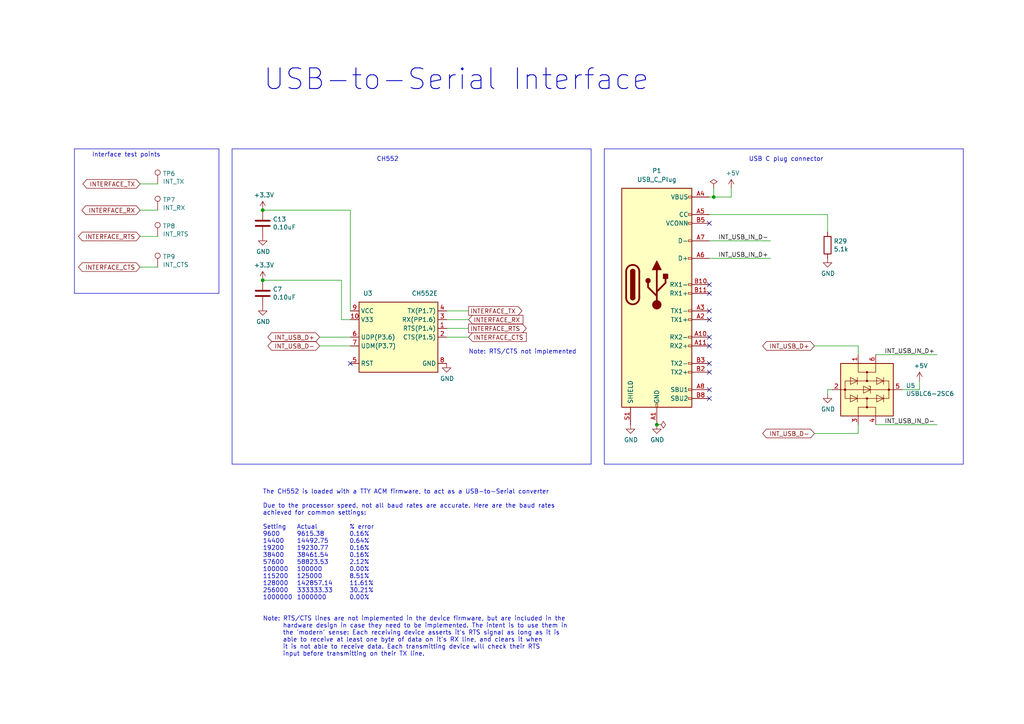
<source format=kicad_sch>
(kicad_sch (version 20230121) (generator eeschema)
  (paper "A4")
  (title_block (title "TK-1") (date "2021-11-14") (rev "V1") (company "Tillitis AB") (comment 1 "2022"))
  (lib_symbols
    (symbol "Connector:TestPoint" (pin_numbers hide) (pin_names (offset 0.762) hide)
      (property "Reference" "TP" (at 0 6.858 0))
      (property "Value" "TestPoint" (at 0 5.08 0))
      (symbol "TestPoint_0_1"
        (circle (center 0 3.302) (radius 0.762))
      )
      (symbol "TestPoint_1_1"
        (pin passive line (at 0 0 90) (length 2.54) (name "1") (number "1"))
      )
    )
    (symbol "Connector:USB_C_Plug" (pin_names (offset 1.016))
      (property "Reference" "P" (at -10.16 29.21 0))
      (property "Value" "USB_C_Plug" (at 10.16 29.21 0))
      (symbol "USB_C_Plug_0_0"
        (rectangle (start -0.254 -35.56) (end 0.254 -34.544))
        (rectangle (start 10.16 -32.766) (end 9.144 -33.274))
        (rectangle (start 10.16 -30.226) (end 9.144 -30.734))
        (rectangle (start 10.16 -25.146) (end 9.144 -25.654))
        (rectangle (start 10.16 -22.606) (end 9.144 -23.114))
        (rectangle (start 10.16 -17.526) (end 9.144 -18.034))
        (rectangle (start 10.16 -14.986) (end 9.144 -15.494))
        (rectangle (start 10.16 -9.906) (end 9.144 -10.414))
        (rectangle (start 10.16 -7.366) (end 9.144 -7.874))
        (rectangle (start 10.16 -2.286) (end 9.144 -2.794))
        (rectangle (start 10.16 0.254) (end 9.144 -0.254))
        (rectangle (start 10.16 7.874) (end 9.144 7.366))
        (rectangle (start 10.16 12.954) (end 9.144 12.446))
        (rectangle (start 10.16 18.034) (end 9.144 17.526))
        (rectangle (start 10.16 20.574) (end 9.144 20.066))
        (rectangle (start 10.16 25.654) (end 9.144 25.146))
      )
      (symbol "USB_C_Plug_0_1"
        (rectangle (start -10.16 27.94) (end 10.16 -35.56) (stroke (width 0.254)) (fill (type background)))
        (arc (start -8.89 -3.81) (mid -6.985 -5.7067) (end -5.08 -3.81) (stroke (width 0.508)))
        (arc (start -7.62 -3.81) (mid -6.985 -4.4423) (end -6.35 -3.81) (stroke (width 0.254)))
        (arc (start -7.62 -3.81) (mid -6.985 -4.4423) (end -6.35 -3.81) (stroke (width 0.254)) (fill (type outline)))
        (rectangle (start -7.62 -3.81) (end -6.35 3.81) (stroke (width 0.254)) (fill (type outline)))
        (arc (start -6.35 3.81) (mid -6.985 4.4423) (end -7.62 3.81) (stroke (width 0.254)))
        (arc (start -6.35 3.81) (mid -6.985 4.4423) (end -7.62 3.81) (stroke (width 0.254)) (fill (type outline)))
        (arc (start -5.08 3.81) (mid -6.985 5.7067) (end -8.89 3.81) (stroke (width 0.508)))
        (polyline (pts (xy -8.89 -3.81) (xy -8.89 3.81)) (stroke (width 0.508)))
        (polyline (pts (xy -5.08 3.81) (xy -5.08 -3.81)) (stroke (width 0.508)))
      )
      (symbol "USB_C_Plug_1_1"
        (circle (center -2.54 1.143) (radius 0.635) (stroke (width 0.254)) (fill (type outline)))
        (circle (center 0 -5.842) (radius 1.27) (fill (type outline)))
        (polyline (pts (xy 0 -5.842) (xy 0 4.318)) (stroke (width 0.508)))
        (polyline (pts (xy 0 -3.302) (xy -2.54 -0.762) (xy -2.54 0.508)) (stroke (width 0.508)))
        (polyline (pts (xy 0 -2.032) (xy 2.54 0.508) (xy 2.54 1.778)) (stroke (width 0.508)))
        (polyline (pts (xy -1.27 4.318) (xy 0 6.858) (xy 1.27 4.318) (xy -1.27 4.318)) (stroke (width 0.254)) (fill (type outline)))
        (rectangle (start 1.905 1.778) (end 3.175 3.048) (stroke (width 0.254)) (fill (type outline)))
        (pin passive line (at 0 -40.64 90) (length 5.08) (name "GND") (number "A1"))
        (pin bidirectional line (at 15.24 -15.24 180) (length 5.08) (name "RX2-") (number "A10"))
        (pin bidirectional line (at 15.24 -17.78 180) (length 5.08) (name "RX2+") (number "A11"))
        (pin passive line (at 0 -40.64 90) (length 5.08) hide (name "GND") (number "A12"))
        (pin bidirectional line (at 15.24 -10.16 180) (length 5.08) (name "TX1+") (number "A2"))
        (pin bidirectional line (at 15.24 -7.62 180) (length 5.08) (name "TX1-") (number "A3"))
        (pin passive line (at 15.24 25.4 180) (length 5.08) (name "VBUS") (number "A4"))
        (pin bidirectional line (at 15.24 20.32 180) (length 5.08) (name "CC") (number "A5"))
        (pin bidirectional line (at 15.24 7.62 180) (length 5.08) (name "D+") (number "A6"))
        (pin bidirectional line (at 15.24 12.7 180) (length 5.08) (name "D-") (number "A7"))
        (pin bidirectional line (at 15.24 -30.48 180) (length 5.08) (name "SBU1") (number "A8"))
        (pin passive line (at 15.24 25.4 180) (length 5.08) hide (name "VBUS") (number "A9"))
        (pin passive line (at 0 -40.64 90) (length 5.08) hide (name "GND") (number "B1"))
        (pin bidirectional line (at 15.24 0 180) (length 5.08) (name "RX1-") (number "B10"))
        (pin bidirectional line (at 15.24 -2.54 180) (length 5.08) (name "RX1+") (number "B11"))
        (pin passive line (at 0 -40.64 90) (length 5.08) hide (name "GND") (number "B12"))
        (pin bidirectional line (at 15.24 -25.4 180) (length 5.08) (name "TX2+") (number "B2"))
        (pin bidirectional line (at 15.24 -22.86 180) (length 5.08) (name "TX2-") (number "B3"))
        (pin passive line (at 15.24 25.4 180) (length 5.08) hide (name "VBUS") (number "B4"))
        (pin bidirectional line (at 15.24 17.78 180) (length 5.08) (name "VCONN") (number "B5"))
        (pin bidirectional line (at 15.24 -33.02 180) (length 5.08) (name "SBU2") (number "B8"))
        (pin passive line (at 15.24 25.4 180) (length 5.08) hide (name "VBUS") (number "B9"))
        (pin passive line (at -7.62 -40.64 90) (length 5.08) (name "SHIELD") (number "S1"))
      )
    )
    (symbol "Device:C" (pin_numbers hide) (pin_names (offset 0.254))
      (property "Reference" "C" (at 0.635 2.54 0))
      (property "Value" "C" (at 0.635 -2.54 0))
      (symbol "C_0_1"
        (polyline (pts (xy -2.032 -0.762) (xy 2.032 -0.762)) (stroke (width 0.508)))
        (polyline (pts (xy -2.032 0.762) (xy 2.032 0.762)) (stroke (width 0.508)))
      )
      (symbol "C_1_1"
        (pin passive line (at 0 3.81 270) (length 2.794) (name "~") (number "1"))
        (pin passive line (at 0 -3.81 90) (length 2.794) (name "~") (number "2"))
      )
    )
    (symbol "Device:R" (pin_numbers hide) (pin_names (offset 0))
      (property "Reference" "R" (at 2.032 0 90))
      (property "Value" "R" (at 0 0 90))
      (symbol "R_0_1"
        (rectangle (start -1.016 -2.54) (end 1.016 2.54) (stroke (width 0.254)))
      )
      (symbol "R_1_1"
        (pin passive line (at 0 3.81 270) (length 1.27) (name "~") (number "1"))
        (pin passive line (at 0 -3.81 90) (length 1.27) (name "~") (number "2"))
      )
    )
    (symbol "Power_Protection:USBLC6-2SC6" (pin_names hide)
      (property "Reference" "U" (at 2.54 8.89 0))
      (property "Value" "USBLC6-2SC6" (at 2.54 -8.89 0))
      (symbol "USBLC6-2SC6_0_1"
        (rectangle (start -7.62 -7.62) (end 7.62 7.62) (stroke (width 0.254)) (fill (type background)))
        (circle (center -5.08 0) (radius 0.254) (fill (type outline)))
        (circle (center -2.54 0) (radius 0.254) (fill (type outline)))
        (rectangle (start -2.54 6.35) (end 2.54 -6.35))
        (circle (center 0 -6.35) (radius 0.254) (fill (type outline)))
        (polyline (pts (xy -5.08 -2.54) (xy -7.62 -2.54)))
        (polyline (pts (xy -5.08 0) (xy -5.08 -2.54)))
        (polyline (pts (xy -5.08 2.54) (xy -7.62 2.54)))
        (polyline (pts (xy -1.524 -2.794) (xy -3.556 -2.794)))
        (polyline (pts (xy -1.524 4.826) (xy -3.556 4.826)))
        (polyline (pts (xy 0 -7.62) (xy 0 -6.35)))
        (polyline (pts (xy 0 -6.35) (xy 0 1.27)))
        (polyline (pts (xy 0 1.27) (xy 0 6.35)))
        (polyline (pts (xy 0 6.35) (xy 0 7.62)))
        (polyline (pts (xy 1.524 -2.794) (xy 3.556 -2.794)))
        (polyline (pts (xy 1.524 4.826) (xy 3.556 4.826)))
        (polyline (pts (xy 5.08 -2.54) (xy 7.62 -2.54)))
        (polyline (pts (xy 5.08 0) (xy 5.08 -2.54)))
        (polyline (pts (xy 5.08 2.54) (xy 7.62 2.54)))
        (polyline (pts (xy -2.54 0) (xy -5.08 0) (xy -5.08 2.54)))
        (polyline (pts (xy 2.54 0) (xy 5.08 0) (xy 5.08 2.54)))
        (polyline (pts (xy -3.556 -4.826) (xy -1.524 -4.826) (xy -2.54 -2.794) (xy -3.556 -4.826)))
        (polyline (pts (xy -3.556 2.794) (xy -1.524 2.794) (xy -2.54 4.826) (xy -3.556 2.794)))
        (polyline (pts (xy -1.016 -1.016) (xy 1.016 -1.016) (xy 0 1.016) (xy -1.016 -1.016)))
        (polyline (pts (xy 1.016 1.016) (xy 0.762 1.016) (xy -1.016 1.016) (xy -1.016 0.508)))
        (polyline (pts (xy 3.556 -4.826) (xy 1.524 -4.826) (xy 2.54 -2.794) (xy 3.556 -4.826)))
        (polyline (pts (xy 3.556 2.794) (xy 1.524 2.794) (xy 2.54 4.826) (xy 3.556 2.794)))
        (circle (center 0 6.35) (radius 0.254) (fill (type outline)))
        (circle (center 2.54 0) (radius 0.254) (fill (type outline)))
        (circle (center 5.08 0) (radius 0.254) (fill (type outline)))
      )
      (symbol "USBLC6-2SC6_1_1"
        (pin passive line (at -10.16 -2.54 0) (length 2.54) (name "I/O1") (number "1"))
        (pin passive line (at 0 -10.16 90) (length 2.54) (name "GND") (number "2"))
        (pin passive line (at 10.16 -2.54 180) (length 2.54) (name "I/O2") (number "3"))
        (pin passive line (at 10.16 2.54 180) (length 2.54) (name "I/O2") (number "4"))
        (pin passive line (at 0 10.16 270) (length 2.54) (name "VBUS") (number "5"))
        (pin passive line (at -10.16 2.54 0) (length 2.54) (name "I/O1") (number "6"))
      )
    )
    (symbol "mta1:CH552E"
      (property "Reference" "U" (at -8.89 3.81 0))
      (property "Value" "CH552E" (at 7.62 3.81 0))
      (symbol "CH552E_0_1"
        (rectangle (start -10.16 2.54) (end 12.7 -17.78) (stroke (width 0.254)) (fill (type background)))
      )
      (symbol "CH552E_1_1"
        (pin output line (at 15.24 -5.08 180) (length 2.54) (name "RTS(P1.4)") (number "1"))
        (pin passive line (at -12.7 -2.54 0) (length 2.54) (name "V33") (number "10"))
        (pin input line (at 15.24 -7.62 180) (length 2.54) (name "CTS(P1.5)") (number "2"))
        (pin input line (at 15.24 -2.54 180) (length 2.54) (name "RX(PP1.6)") (number "3"))
        (pin output line (at 15.24 0 180) (length 2.54) (name "TX(P1.7)") (number "4"))
        (pin bidirectional line (at -12.7 -15.24 0) (length 2.54) (name "RST") (number "5"))
        (pin bidirectional line (at -12.7 -7.62 0) (length 2.54) (name "UDP(P3.6)") (number "6"))
        (pin bidirectional line (at -12.7 -10.16 0) (length 2.54) (name "UDM(P3.7)") (number "7"))
        (pin power_in line (at 15.24 -15.24 180) (length 2.54) (name "GND") (number "8"))
        (pin power_in line (at -12.7 0 0) (length 2.54) (name "VCC") (number "9"))
      )
    )
    (symbol "power:+3.3V" (power) (pin_names (offset 0))
      (property "Value" "+3.3V" (at 0 3.556 0))
      (symbol "+3.3V_0_1"
        (polyline (pts (xy -0.762 1.27) (xy 0 2.54)))
        (polyline (pts (xy 0 0) (xy 0 2.54)))
        (polyline (pts (xy 0 2.54) (xy 0.762 1.27)))
      )
      (symbol "+3.3V_1_1"
        (pin power_in line (at 0 0 90) (length 0) hide (name "+3.3V") (number "1"))
      )
    )
    (symbol "power:+5V" (power) (pin_names (offset 0))
      (property "Value" "+5V" (at 0 3.556 0))
      (symbol "+5V_0_1"
        (polyline (pts (xy -0.762 1.27) (xy 0 2.54)))
        (polyline (pts (xy 0 0) (xy 0 2.54)))
        (polyline (pts (xy 0 2.54) (xy 0.762 1.27)))
      )
      (symbol "+5V_1_1"
        (pin power_in line (at 0 0 90) (length 0) hide (name "+5V") (number "1"))
      )
    )
    (symbol "power:GND" (power) (pin_names (offset 0))
      (property "Value" "GND" (at 0 -3.81 0))
      (symbol "GND_0_1"
        (polyline (pts (xy 0 0) (xy 0 -1.27) (xy 1.27 -1.27) (xy 0 -2.54) (xy -1.27 -1.27) (xy 0 -1.27)))
      )
      (symbol "GND_1_1"
        (pin power_in line (at 0 0 270) (length 0) hide (name "GND") (number "1"))
      )
    )
    (symbol "power:PWR_FLAG" (power) (pin_numbers hide) (pin_names (offset 0) hide)
      (property "Value" "PWR_FLAG" (at 0 3.81 0))
      (symbol "PWR_FLAG_0_0"
        (pin power_out line (at 0 0 90) (length 0) (name "pwr") (number "1"))
      )
      (symbol "PWR_FLAG_0_1"
        (polyline (pts (xy 0 0) (xy 0 1.27) (xy -1.016 1.905) (xy 0 2.54) (xy 1.016 1.905) (xy 0 1.27)))
      )
    )
  )
  (junction (at 76.2 60.96))
  (junction (at 76.2 81.28))
  (junction (at 207.01 57.15))
  (junction (at 190.5 123.19))
  (no_connect (at 205.74 92.71))
  (no_connect (at 205.74 85.09))
  (no_connect (at 205.74 100.33))
  (no_connect (at 205.74 82.55))
  (no_connect (at 205.74 115.57))
  (no_connect (at 101.6 105.41))
  (no_connect (at 205.74 113.03))
  (no_connect (at 205.74 90.17))
  (no_connect (at 205.74 105.41))
  (no_connect (at 205.74 64.77))
  (no_connect (at 205.74 97.79))
  (no_connect (at 205.74 107.95))
  (wire (pts (xy 266.7 110.49) (xy 266.7 113.03)))
  (polyline (pts (xy 67.31 134.62) (xy 171.45 134.62)))
  (polyline (pts (xy 279.4 43.18) (xy 279.4 134.62)))
  (wire (pts (xy 207.01 54.61) (xy 207.01 57.15)))
  (wire (pts (xy 92.71 100.33) (xy 101.6 100.33)))
  (polyline (pts (xy 171.45 43.18) (xy 171.45 134.62)))
  (wire (pts (xy 99.06 81.28) (xy 76.2 81.28)))
  (wire (pts (xy 212.09 54.61) (xy 212.09 57.15)))
  (wire (pts (xy 241.3 113.03) (xy 240.03 113.03)))
  (polyline (pts (xy 175.26 43.18) (xy 279.4 43.18)))
  (wire (pts (xy 135.89 97.79) (xy 129.54 97.79)))
  (wire (pts (xy 99.06 92.71) (xy 99.06 81.28)))
  (polyline (pts (xy 279.4 134.62) (xy 175.26 134.62)))
  (wire (pts (xy 40.64 68.58) (xy 45.72 68.58)))
  (wire (pts (xy 236.22 125.73) (xy 248.92 125.73)))
  (wire (pts (xy 236.22 100.33) (xy 248.92 100.33)))
  (wire (pts (xy 207.01 57.15) (xy 205.74 57.15)))
  (polyline (pts (xy 67.31 134.62) (xy 67.31 43.18)))
  (wire (pts (xy 212.09 57.15) (xy 207.01 57.15)))
  (polyline (pts (xy 175.26 134.62) (xy 175.26 43.18)))
  (wire (pts (xy 254 102.87) (xy 271.78 102.87)))
  (wire (pts (xy 248.92 123.19) (xy 248.92 125.73)))
  (wire (pts (xy 248.92 100.33) (xy 248.92 102.87)))
  (wire (pts (xy 40.64 60.96) (xy 45.72 60.96)))
  (polyline (pts (xy 21.59 43.18) (xy 63.5 43.18)))
  (wire (pts (xy 76.2 60.96) (xy 101.6 60.96)))
  (wire (pts (xy 266.7 113.03) (xy 261.62 113.03)))
  (wire (pts (xy 240.03 67.31) (xy 240.03 62.23)))
  (wire (pts (xy 135.89 92.71) (xy 129.54 92.71)))
  (wire (pts (xy 40.64 77.47) (xy 45.72 77.47)))
  (wire (pts (xy 205.74 74.93) (xy 223.52 74.93)))
  (polyline (pts (xy 67.31 43.18) (xy 171.45 43.18)))
  (polyline (pts (xy 21.59 85.09) (xy 63.5 85.09)))
  (wire (pts (xy 205.74 69.85) (xy 223.52 69.85)))
  (wire (pts (xy 135.89 90.17) (xy 129.54 90.17)))
  (polyline (pts (xy 63.5 43.18) (xy 63.5 85.09)))
  (wire (pts (xy 92.71 97.79) (xy 101.6 97.79)))
  (wire (pts (xy 205.74 62.23) (xy 240.03 62.23)))
  (wire (pts (xy 271.78 123.19) (xy 254 123.19)))
  (wire (pts (xy 240.03 113.03) (xy 240.03 114.3)))
  (wire (pts (xy 99.06 92.71) (xy 101.6 92.71)))
  (wire (pts (xy 101.6 60.96) (xy 101.6 90.17)))
  (wire (pts (xy 135.89 95.25) (xy 129.54 95.25)))
  (polyline (pts (xy 21.59 43.18) (xy 21.59 85.09)))
  (wire (pts (xy 40.64 53.34) (xy 45.72 53.34)))
  (text "USB C plug connector" (at 217.17 46.99 0) (effects (font (size 1.27 1.27)) (justify left bottom)))
  (text "CH552" (at 109.22 46.99 0) (effects (font (size 1.27 1.27)) (justify left bottom)))
  (text "USB-to-Serial Interface" (at 76.2 26.67 0) (effects (font (size 6 6) (thickness 0.254) bold) (justify left bottom)))
  (text "The CH552 is loaded with a TTY ACM firmware, to act as a USB-to-Serial converter\n\nDue to the processor speed, not all baud rates are accurate. Here are the baud rates\nachieved for common settings:\n\nSetting	Actual		% error\n9600	9615.38		0.16%\n14400	14492.75	0.64%\n19200	19230.77	0.16%\n38400	38461.54	0.16%\n57600	58823.53	2.12%\n100000	100000		0.00%\n115200	125000		8.51%\n128000	142857.14	11.61%\n256000	333333.33	30.21%\n1000000	1000000		0.00%\n\n\nNote: RTS/CTS lines are not implemented in the device firmware, but are included in the\n      hardware design in case they need to be implemented. The intent is to use them in\n      the 'modern' sense: Each receiving device asserts it's RTS signal as long as it is\n      able to receive at least one byte of data on it's RX line, and clears it when\n      it is not able to receive data. Each transmitting device will check their RTS\n      input before transmitting on their TX line." (at 76.2 190.5 0) (effects (font (size 1.27 1.27)) (justify left bottom)))
  (text "Interface test points" (at 26.67 45.72 0) (effects (font (size 1.27 1.27)) (justify left bottom)))
  (text "Note: RTS/CTS not implemented" (at 135.89 102.87 0) (effects (font (size 1.27 1.27)) (justify left bottom)))
  (label "INT_USB_IN_D-" (at 208.28 69.85 0))
  (label "INT_USB_IN_D+" (at 256.54 102.87 0))
  (label "INT_USB_IN_D+" (at 208.28 74.93 0))
  (label "INT_USB_IN_D-" (at 256.54 123.19 0))
  (global_label "INTERFACE_TX" (shape output) (at 135.89 90.17 0) (property "Intersheetrefs" "${INTERSHEET_REFS}" (effects hide)))
  (global_label "INT_USB_D-" (shape bidirectional) (at 236.22 125.73 180) (property "Intersheetrefs" "${INTERSHEET_REFS}" (effects hide)))
  (global_label "INT_USB_D+" (shape bidirectional) (at 236.22 100.33 180) (property "Intersheetrefs" "${INTERSHEET_REFS}" (effects hide)))
  (global_label "INTERFACE_RX" (shape bidirectional) (at 40.64 60.96 180) (property "Intersheetrefs" "${INTERSHEET_REFS}" (effects hide)))
  (global_label "INTERFACE_CTS" (shape bidirectional) (at 40.64 77.47 180) (property "Intersheetrefs" "${INTERSHEET_REFS}" (effects hide)))
  (global_label "INTERFACE_RTS" (shape bidirectional) (at 40.64 68.58 180) (property "Intersheetrefs" "${INTERSHEET_REFS}" (effects hide)))
  (global_label "INTERFACE_RX" (shape input) (at 135.89 92.71 0) (property "Intersheetrefs" "${INTERSHEET_REFS}" (effects hide)))
  (global_label "INTERFACE_TX" (shape bidirectional) (at 40.64 53.34 180) (property "Intersheetrefs" "${INTERSHEET_REFS}" (effects hide)))
  (global_label "INT_USB_D-" (shape bidirectional) (at 92.71 100.33 180) (property "Intersheetrefs" "${INTERSHEET_REFS}" (effects hide)))
  (global_label "INTERFACE_CTS" (shape input) (at 135.89 97.79 0) (property "Intersheetrefs" "${INTERSHEET_REFS}" (effects hide)))
  (global_label "INTERFACE_RTS" (shape output) (at 135.89 95.25 0) (property "Intersheetrefs" "${INTERSHEET_REFS}" (effects hide)))
  (global_label "INT_USB_D+" (shape bidirectional) (at 92.71 97.79 180) (property "Intersheetrefs" "${INTERSHEET_REFS}" (effects hide)))
  (symbol (lib_id "power:GND") (at 76.2 68.58 0) (unit 1)
    (property "Reference" "#GND0110" (effects hide))
    (property "Value" "GND" (at 76.327 72.9742 0))
  )
  (symbol (lib_id "Power_Protection:USBLC6-2SC6") (at 251.46 113.03 270) (unit 1)
    (property "Reference" "U5" (at 262.7376 111.8616 90) (effects (justify left)))
    (property "Value" "USBLC6-2SC6" (at 262.7376 114.173 90) (effects (justify left)))
    (property "Footprint" "Package_TO_SOT_SMD:SOT-23-6" (effects hide))
    (property "Datasheet" "https://www.st.com/resource/en/datasheet/usblc6-2.pdf" (effects hide))
    (property "Manufacturer" "ST" (effects hide))
    (property "Manufacturer Part Number" "USBLC6-2SC6" (effects hide))
    (property "Supplier" "Digikey" (effects hide))
    (property "Supplier Part Number" "497-5235-1-ND" (effects hide))
  )
  (symbol (lib_id "power:GND") (at 240.03 114.3 0) (unit 1)
    (property "Reference" "#GND0106" (effects hide))
    (property "Value" "GND" (at 240.157 118.6942 0))
  )
  (symbol (lib_id "Device:C") (at 76.2 64.77 0) (unit 1)
    (property "Reference" "C13" (at 79.121 63.6016 0) (effects (justify left)))
    (property "Value" "0.10uF" (at 79.121 65.913 0) (effects (justify left)))
    (property "Footprint" "mta1:CAPC1005X06L" (effects hide))
    (property "Manufacturer" "Any/not critical" (effects hide))
    (property "Extended Value" "16V,X5R,20%" (effects hide))
  )
  (symbol (lib_id "power:+3.3V") (at 76.2 60.96 0) (unit 1)
    (property "Reference" "#PWR0101" (effects hide))
    (property "Value" "+3.3V" (at 76.581 56.5658 0))
  )
  (symbol (lib_id "power:+3.3V") (at 76.2 81.28 0) (unit 1)
    (property "Reference" "#PWR0102" (effects hide))
    (property "Value" "+3.3V" (at 76.581 76.8858 0))
  )
  (symbol (lib_id "power:+5V") (at 266.7 110.49 0) (unit 1)
    (property "Reference" "#PWR0104" (effects hide))
    (property "Value" "+5V" (at 267.081 106.0958 0))
  )
  (symbol (lib_id "Connector:TestPoint") (at 45.72 60.96 0) (unit 1) (in_bom no)
    (property "Reference" "TP7" (at 47.1932 57.9628 0) (effects (justify left)))
    (property "Value" "INT_RX" (at 47.1932 60.2742 0) (effects (justify left)))
    (property "Footprint" "mta1:TestPoint_Pad_D1.0mm" (effects hide))
  )
  (symbol (lib_id "power:PWR_FLAG") (at 207.01 54.61 0) (unit 1)
    (property "Reference" "#FLG01" (effects hide))
    (property "Value" "PWR_FLAG" (effects hide))
  )
  (symbol (lib_id "power:GND") (at 240.03 74.93 0) (unit 1)
    (property "Reference" "#GND0105" (effects hide))
    (property "Value" "GND" (at 240.157 79.3242 0))
  )
  (symbol (lib_id "power:GND") (at 76.2 88.9 0) (unit 1)
    (property "Reference" "#GND0108" (effects hide))
    (property "Value" "GND" (at 76.327 93.2942 0))
  )
  (symbol (lib_id "Connector:TestPoint") (at 45.72 68.58 0) (unit 1) (in_bom no)
    (property "Reference" "TP8" (at 47.1932 65.5828 0) (effects (justify left)))
    (property "Value" "INT_RTS" (at 47.1932 67.8942 0) (effects (justify left)))
    (property "Footprint" "mta1:TestPoint_Pad_D1.0mm" (effects hide))
  )
  (symbol (lib_id "Device:C") (at 76.2 85.09 0) (unit 1)
    (property "Reference" "C7" (at 79.121 83.9216 0) (effects (justify left)))
    (property "Value" "0.10uF" (at 79.121 86.233 0) (effects (justify left)))
    (property "Footprint" "mta1:CAPC1005X06L" (effects hide))
    (property "Manufacturer" "Any/not critical" (effects hide))
    (property "Extended Value" "16V,X5R,20%" (effects hide))
  )
  (symbol (lib_id "power:PWR_FLAG") (at 190.5 123.19 270) (unit 1)
    (property "Reference" "#FLG02" (effects hide))
    (property "Value" "PWR_FLAG" (effects hide))
  )
  (symbol (lib_id "Connector:USB_C_Plug") (at 190.5 82.55 0) (unit 1)
    (property "Reference" "P1" (at 190.5 49.53 0))
    (property "Value" "USB_C_Plug" (at 190.5 52.07 0))
    (property "Footprint" "mta1:U261-241N-4BS60" (effects hide))
    (property "Datasheet" "https://www.usb.org/sites/default/files/documents/usb_type-c.zip" (effects hide))
    (property "Manufacturer" "XKB" (effects hide))
    (property "Manufacturer Part Number" "U261-241N-4BS60" (effects hide))
    (property "Supplier" "LCSC" (effects hide))
    (property "Supplier Part Number" "C319150" (effects hide))
  )
  (symbol (lib_id "Device:R") (at 240.03 71.12 0) (unit 1)
    (property "Reference" "R29" (at 241.808 69.9516 0) (effects (justify left)))
    (property "Value" "5.1k" (at 241.808 72.263 0) (effects (justify left)))
    (property "Footprint" "mta1:ERJ2G(0402)_L" (effects hide))
    (property "Manufacturer" "Any/not critical" (effects hide))
    (property "Extended Value" "1/16W,1%" (effects hide))
  )
  (symbol (lib_id "power:GND") (at 182.88 123.19 0) (unit 1)
    (property "Reference" "#GND0104" (effects hide))
    (property "Value" "GND" (at 183.007 127.5842 0))
  )
  (symbol (lib_id "power:GND") (at 190.5 123.19 0) (unit 1)
    (property "Reference" "#GND0102" (effects hide))
    (property "Value" "GND" (at 190.627 127.5842 0))
  )
  (symbol (lib_id "mta1:CH552E") (at 114.3 90.17 0) (unit 1)
    (property "Reference" "U3" (at 106.68 85.09 0))
    (property "Value" "CH552E" (at 123.19 85.09 0))
    (property "Footprint" "Package_SO:MSOP-10_3x3mm_P0.5mm" (effects hide))
    (property "Manufacturer" "WCH" (effects hide))
    (property "Manufacturer Part Number" "CH552E" (effects hide))
    (property "Supplier" "LCSC" (effects hide))
    (property "Supplier Part Number" "C967938" (effects hide))
  )
  (symbol (lib_id "power:+5V") (at 212.09 54.61 0) (unit 1)
    (property "Reference" "#PWR0103" (effects hide))
    (property "Value" "+5V" (at 212.471 50.2158 0))
  )
  (symbol (lib_id "Connector:TestPoint") (at 45.72 77.47 0) (unit 1) (in_bom no)
    (property "Reference" "TP9" (at 47.1932 74.4728 0) (effects (justify left)))
    (property "Value" "INT_CTS" (at 47.1932 76.7842 0) (effects (justify left)))
    (property "Footprint" "mta1:TestPoint_Pad_D1.0mm" (effects hide))
  )
  (symbol (lib_id "power:GND") (at 129.54 105.41 0) (unit 1)
    (property "Reference" "#GND0109" (effects hide))
    (property "Value" "GND" (at 129.667 109.8042 0))
  )
  (symbol (lib_id "Connector:TestPoint") (at 45.72 53.34 0) (unit 1) (in_bom no)
    (property "Reference" "TP6" (at 47.1932 50.3428 0) (effects (justify left)))
    (property "Value" "INT_TX" (at 47.1932 52.6542 0) (effects (justify left)))
    (property "Footprint" "mta1:TestPoint_Pad_D1.0mm" (effects hide))
  )
)
</source>
